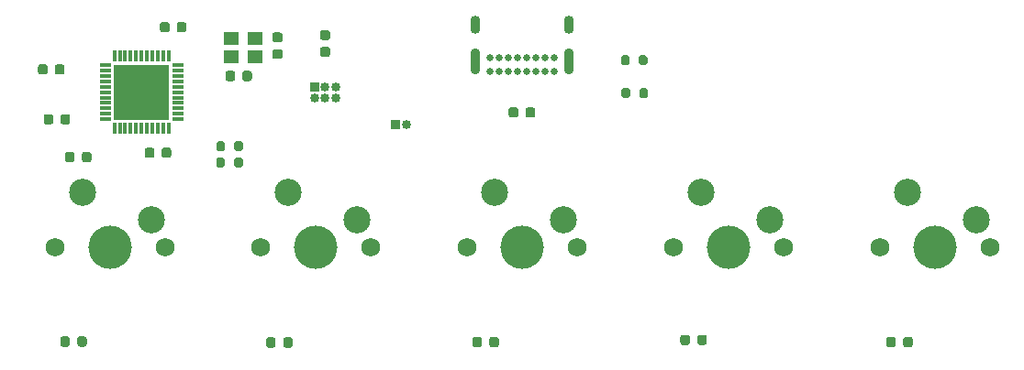
<source format=gbr>
%TF.GenerationSoftware,KiCad,Pcbnew,(5.1.7)-1*%
%TF.CreationDate,2020-12-03T18:42:54-08:00*%
%TF.ProjectId,k-5,6b2d352e-6b69-4636-9164-5f7063625858,rev?*%
%TF.SameCoordinates,Original*%
%TF.FileFunction,Soldermask,Top*%
%TF.FilePolarity,Negative*%
%FSLAX46Y46*%
G04 Gerber Fmt 4.6, Leading zero omitted, Abs format (unit mm)*
G04 Created by KiCad (PCBNEW (5.1.7)-1) date 2020-12-03 18:42:54*
%MOMM*%
%LPD*%
G01*
G04 APERTURE LIST*
%ADD10C,1.750000*%
%ADD11C,4.000000*%
%ADD12C,2.500000*%
%ADD13C,0.650000*%
%ADD14O,0.900000X2.400000*%
%ADD15O,0.900000X1.700000*%
%ADD16O,0.850000X0.850000*%
%ADD17R,0.850000X0.850000*%
%ADD18R,1.000000X0.300000*%
%ADD19R,0.300000X1.000000*%
%ADD20R,5.080000X5.080000*%
%ADD21R,1.400000X1.200000*%
G04 APERTURE END LIST*
D10*
%TO.C,K5*%
X169545000Y-79375000D03*
X179705000Y-79375000D03*
D11*
X174625000Y-79375000D03*
D12*
X172085000Y-74295000D03*
X178435000Y-76835000D03*
%TD*%
%TO.C,C1*%
G36*
G01*
X113715000Y-59530000D02*
X114215000Y-59530000D01*
G75*
G02*
X114440000Y-59755000I0J-225000D01*
G01*
X114440000Y-60205000D01*
G75*
G02*
X114215000Y-60430000I-225000J0D01*
G01*
X113715000Y-60430000D01*
G75*
G02*
X113490000Y-60205000I0J225000D01*
G01*
X113490000Y-59755000D01*
G75*
G02*
X113715000Y-59530000I225000J0D01*
G01*
G37*
G36*
G01*
X113715000Y-61080000D02*
X114215000Y-61080000D01*
G75*
G02*
X114440000Y-61305000I0J-225000D01*
G01*
X114440000Y-61755000D01*
G75*
G02*
X114215000Y-61980000I-225000J0D01*
G01*
X113715000Y-61980000D01*
G75*
G02*
X113490000Y-61755000I0J225000D01*
G01*
X113490000Y-61305000D01*
G75*
G02*
X113715000Y-61080000I225000J0D01*
G01*
G37*
%TD*%
%TO.C,C2*%
G36*
G01*
X109165000Y-63805000D02*
X109165000Y-63305000D01*
G75*
G02*
X109390000Y-63080000I225000J0D01*
G01*
X109840000Y-63080000D01*
G75*
G02*
X110065000Y-63305000I0J-225000D01*
G01*
X110065000Y-63805000D01*
G75*
G02*
X109840000Y-64030000I-225000J0D01*
G01*
X109390000Y-64030000D01*
G75*
G02*
X109165000Y-63805000I0J225000D01*
G01*
G37*
G36*
G01*
X110715000Y-63805000D02*
X110715000Y-63305000D01*
G75*
G02*
X110940000Y-63080000I225000J0D01*
G01*
X111390000Y-63080000D01*
G75*
G02*
X111615000Y-63305000I0J-225000D01*
G01*
X111615000Y-63805000D01*
G75*
G02*
X111390000Y-64030000I-225000J0D01*
G01*
X110940000Y-64030000D01*
G75*
G02*
X110715000Y-63805000I0J225000D01*
G01*
G37*
%TD*%
%TO.C,C3*%
G36*
G01*
X136200000Y-66679000D02*
X136200000Y-67179000D01*
G75*
G02*
X135975000Y-67404000I-225000J0D01*
G01*
X135525000Y-67404000D01*
G75*
G02*
X135300000Y-67179000I0J225000D01*
G01*
X135300000Y-66679000D01*
G75*
G02*
X135525000Y-66454000I225000J0D01*
G01*
X135975000Y-66454000D01*
G75*
G02*
X136200000Y-66679000I0J-225000D01*
G01*
G37*
G36*
G01*
X137750000Y-66679000D02*
X137750000Y-67179000D01*
G75*
G02*
X137525000Y-67404000I-225000J0D01*
G01*
X137075000Y-67404000D01*
G75*
G02*
X136850000Y-67179000I0J225000D01*
G01*
X136850000Y-66679000D01*
G75*
G02*
X137075000Y-66454000I225000J0D01*
G01*
X137525000Y-66454000D01*
G75*
G02*
X137750000Y-66679000I0J-225000D01*
G01*
G37*
%TD*%
%TO.C,C4*%
G36*
G01*
X104665000Y-59305000D02*
X104665000Y-58805000D01*
G75*
G02*
X104890000Y-58580000I225000J0D01*
G01*
X105340000Y-58580000D01*
G75*
G02*
X105565000Y-58805000I0J-225000D01*
G01*
X105565000Y-59305000D01*
G75*
G02*
X105340000Y-59530000I-225000J0D01*
G01*
X104890000Y-59530000D01*
G75*
G02*
X104665000Y-59305000I0J225000D01*
G01*
G37*
G36*
G01*
X103115000Y-59305000D02*
X103115000Y-58805000D01*
G75*
G02*
X103340000Y-58580000I225000J0D01*
G01*
X103790000Y-58580000D01*
G75*
G02*
X104015000Y-58805000I0J-225000D01*
G01*
X104015000Y-59305000D01*
G75*
G02*
X103790000Y-59530000I-225000J0D01*
G01*
X103340000Y-59530000D01*
G75*
G02*
X103115000Y-59305000I0J225000D01*
G01*
G37*
%TD*%
%TO.C,C5*%
G36*
G01*
X94840000Y-67305000D02*
X94840000Y-67805000D01*
G75*
G02*
X94615000Y-68030000I-225000J0D01*
G01*
X94165000Y-68030000D01*
G75*
G02*
X93940000Y-67805000I0J225000D01*
G01*
X93940000Y-67305000D01*
G75*
G02*
X94165000Y-67080000I225000J0D01*
G01*
X94615000Y-67080000D01*
G75*
G02*
X94840000Y-67305000I0J-225000D01*
G01*
G37*
G36*
G01*
X93290000Y-67305000D02*
X93290000Y-67805000D01*
G75*
G02*
X93065000Y-68030000I-225000J0D01*
G01*
X92615000Y-68030000D01*
G75*
G02*
X92390000Y-67805000I0J225000D01*
G01*
X92390000Y-67305000D01*
G75*
G02*
X92615000Y-67080000I225000J0D01*
G01*
X93065000Y-67080000D01*
G75*
G02*
X93290000Y-67305000I0J-225000D01*
G01*
G37*
%TD*%
%TO.C,C6*%
G36*
G01*
X92765000Y-62705000D02*
X92765000Y-63205000D01*
G75*
G02*
X92540000Y-63430000I-225000J0D01*
G01*
X92090000Y-63430000D01*
G75*
G02*
X91865000Y-63205000I0J225000D01*
G01*
X91865000Y-62705000D01*
G75*
G02*
X92090000Y-62480000I225000J0D01*
G01*
X92540000Y-62480000D01*
G75*
G02*
X92765000Y-62705000I0J-225000D01*
G01*
G37*
G36*
G01*
X94315000Y-62705000D02*
X94315000Y-63205000D01*
G75*
G02*
X94090000Y-63430000I-225000J0D01*
G01*
X93640000Y-63430000D01*
G75*
G02*
X93415000Y-63205000I0J225000D01*
G01*
X93415000Y-62705000D01*
G75*
G02*
X93640000Y-62480000I225000J0D01*
G01*
X94090000Y-62480000D01*
G75*
G02*
X94315000Y-62705000I0J-225000D01*
G01*
G37*
%TD*%
%TO.C,C7*%
G36*
G01*
X95265000Y-70805000D02*
X95265000Y-71305000D01*
G75*
G02*
X95040000Y-71530000I-225000J0D01*
G01*
X94590000Y-71530000D01*
G75*
G02*
X94365000Y-71305000I0J225000D01*
G01*
X94365000Y-70805000D01*
G75*
G02*
X94590000Y-70580000I225000J0D01*
G01*
X95040000Y-70580000D01*
G75*
G02*
X95265000Y-70805000I0J-225000D01*
G01*
G37*
G36*
G01*
X96815000Y-70805000D02*
X96815000Y-71305000D01*
G75*
G02*
X96590000Y-71530000I-225000J0D01*
G01*
X96140000Y-71530000D01*
G75*
G02*
X95915000Y-71305000I0J225000D01*
G01*
X95915000Y-70805000D01*
G75*
G02*
X96140000Y-70580000I225000J0D01*
G01*
X96590000Y-70580000D01*
G75*
G02*
X96815000Y-70805000I0J-225000D01*
G01*
G37*
%TD*%
%TO.C,C8*%
G36*
G01*
X118615000Y-60230000D02*
X118115000Y-60230000D01*
G75*
G02*
X117890000Y-60005000I0J225000D01*
G01*
X117890000Y-59555000D01*
G75*
G02*
X118115000Y-59330000I225000J0D01*
G01*
X118615000Y-59330000D01*
G75*
G02*
X118840000Y-59555000I0J-225000D01*
G01*
X118840000Y-60005000D01*
G75*
G02*
X118615000Y-60230000I-225000J0D01*
G01*
G37*
G36*
G01*
X118615000Y-61780000D02*
X118115000Y-61780000D01*
G75*
G02*
X117890000Y-61555000I0J225000D01*
G01*
X117890000Y-61105000D01*
G75*
G02*
X118115000Y-60880000I225000J0D01*
G01*
X118615000Y-60880000D01*
G75*
G02*
X118840000Y-61105000I0J-225000D01*
G01*
X118840000Y-61555000D01*
G75*
G02*
X118615000Y-61780000I-225000J0D01*
G01*
G37*
%TD*%
%TO.C,C9*%
G36*
G01*
X101715000Y-70905000D02*
X101715000Y-70405000D01*
G75*
G02*
X101940000Y-70180000I225000J0D01*
G01*
X102390000Y-70180000D01*
G75*
G02*
X102615000Y-70405000I0J-225000D01*
G01*
X102615000Y-70905000D01*
G75*
G02*
X102390000Y-71130000I-225000J0D01*
G01*
X101940000Y-71130000D01*
G75*
G02*
X101715000Y-70905000I0J225000D01*
G01*
G37*
G36*
G01*
X103265000Y-70905000D02*
X103265000Y-70405000D01*
G75*
G02*
X103490000Y-70180000I225000J0D01*
G01*
X103940000Y-70180000D01*
G75*
G02*
X104165000Y-70405000I0J-225000D01*
G01*
X104165000Y-70905000D01*
G75*
G02*
X103940000Y-71130000I-225000J0D01*
G01*
X103490000Y-71130000D01*
G75*
G02*
X103265000Y-70905000I0J225000D01*
G01*
G37*
%TD*%
%TO.C,D1*%
G36*
G01*
X95502500Y-88361250D02*
X95502500Y-87848750D01*
G75*
G02*
X95721250Y-87630000I218750J0D01*
G01*
X96158750Y-87630000D01*
G75*
G02*
X96377500Y-87848750I0J-218750D01*
G01*
X96377500Y-88361250D01*
G75*
G02*
X96158750Y-88580000I-218750J0D01*
G01*
X95721250Y-88580000D01*
G75*
G02*
X95502500Y-88361250I0J218750D01*
G01*
G37*
G36*
G01*
X93927500Y-88361250D02*
X93927500Y-87848750D01*
G75*
G02*
X94146250Y-87630000I218750J0D01*
G01*
X94583750Y-87630000D01*
G75*
G02*
X94802500Y-87848750I0J-218750D01*
G01*
X94802500Y-88361250D01*
G75*
G02*
X94583750Y-88580000I-218750J0D01*
G01*
X94146250Y-88580000D01*
G75*
G02*
X93927500Y-88361250I0J218750D01*
G01*
G37*
%TD*%
%TO.C,D2*%
G36*
G01*
X112912500Y-88451250D02*
X112912500Y-87938750D01*
G75*
G02*
X113131250Y-87720000I218750J0D01*
G01*
X113568750Y-87720000D01*
G75*
G02*
X113787500Y-87938750I0J-218750D01*
G01*
X113787500Y-88451250D01*
G75*
G02*
X113568750Y-88670000I-218750J0D01*
G01*
X113131250Y-88670000D01*
G75*
G02*
X112912500Y-88451250I0J218750D01*
G01*
G37*
G36*
G01*
X114487500Y-88451250D02*
X114487500Y-87938750D01*
G75*
G02*
X114706250Y-87720000I218750J0D01*
G01*
X115143750Y-87720000D01*
G75*
G02*
X115362500Y-87938750I0J-218750D01*
G01*
X115362500Y-88451250D01*
G75*
G02*
X115143750Y-88670000I-218750J0D01*
G01*
X114706250Y-88670000D01*
G75*
G02*
X114487500Y-88451250I0J218750D01*
G01*
G37*
%TD*%
%TO.C,D3*%
G36*
G01*
X133515000Y-88411250D02*
X133515000Y-87898750D01*
G75*
G02*
X133733750Y-87680000I218750J0D01*
G01*
X134171250Y-87680000D01*
G75*
G02*
X134390000Y-87898750I0J-218750D01*
G01*
X134390000Y-88411250D01*
G75*
G02*
X134171250Y-88630000I-218750J0D01*
G01*
X133733750Y-88630000D01*
G75*
G02*
X133515000Y-88411250I0J218750D01*
G01*
G37*
G36*
G01*
X131940000Y-88411250D02*
X131940000Y-87898750D01*
G75*
G02*
X132158750Y-87680000I218750J0D01*
G01*
X132596250Y-87680000D01*
G75*
G02*
X132815000Y-87898750I0J-218750D01*
G01*
X132815000Y-88411250D01*
G75*
G02*
X132596250Y-88630000I-218750J0D01*
G01*
X132158750Y-88630000D01*
G75*
G02*
X131940000Y-88411250I0J218750D01*
G01*
G37*
%TD*%
%TO.C,D4*%
G36*
G01*
X151140000Y-88211250D02*
X151140000Y-87698750D01*
G75*
G02*
X151358750Y-87480000I218750J0D01*
G01*
X151796250Y-87480000D01*
G75*
G02*
X152015000Y-87698750I0J-218750D01*
G01*
X152015000Y-88211250D01*
G75*
G02*
X151796250Y-88430000I-218750J0D01*
G01*
X151358750Y-88430000D01*
G75*
G02*
X151140000Y-88211250I0J218750D01*
G01*
G37*
G36*
G01*
X152715000Y-88211250D02*
X152715000Y-87698750D01*
G75*
G02*
X152933750Y-87480000I218750J0D01*
G01*
X153371250Y-87480000D01*
G75*
G02*
X153590000Y-87698750I0J-218750D01*
G01*
X153590000Y-88211250D01*
G75*
G02*
X153371250Y-88430000I-218750J0D01*
G01*
X152933750Y-88430000D01*
G75*
G02*
X152715000Y-88211250I0J218750D01*
G01*
G37*
%TD*%
%TO.C,D5*%
G36*
G01*
X171715000Y-88411250D02*
X171715000Y-87898750D01*
G75*
G02*
X171933750Y-87680000I218750J0D01*
G01*
X172371250Y-87680000D01*
G75*
G02*
X172590000Y-87898750I0J-218750D01*
G01*
X172590000Y-88411250D01*
G75*
G02*
X172371250Y-88630000I-218750J0D01*
G01*
X171933750Y-88630000D01*
G75*
G02*
X171715000Y-88411250I0J218750D01*
G01*
G37*
G36*
G01*
X170140000Y-88411250D02*
X170140000Y-87898750D01*
G75*
G02*
X170358750Y-87680000I218750J0D01*
G01*
X170796250Y-87680000D01*
G75*
G02*
X171015000Y-87898750I0J-218750D01*
G01*
X171015000Y-88411250D01*
G75*
G02*
X170796250Y-88630000I-218750J0D01*
G01*
X170358750Y-88630000D01*
G75*
G02*
X170140000Y-88411250I0J218750D01*
G01*
G37*
%TD*%
D13*
%TO.C,J1*%
X135250000Y-63161000D03*
X133550000Y-63161000D03*
X134400000Y-63161000D03*
X136100000Y-63161000D03*
X136950000Y-63161000D03*
X137800000Y-63161000D03*
X138650000Y-63161000D03*
X139500000Y-63161000D03*
X133550000Y-61836000D03*
X134405000Y-61836000D03*
X135255000Y-61836000D03*
X136105000Y-61836000D03*
X136955000Y-61836000D03*
X137805000Y-61836000D03*
X138655000Y-61836000D03*
X139505000Y-61836000D03*
D14*
X132200000Y-62181000D03*
X140850000Y-62181000D03*
D15*
X132200000Y-58801000D03*
X140850000Y-58801000D03*
%TD*%
D16*
%TO.C,J2*%
X119365000Y-65555000D03*
X119365000Y-64555000D03*
X118365000Y-65555000D03*
X118365000Y-64555000D03*
X117365000Y-65555000D03*
D17*
X117365000Y-64555000D03*
%TD*%
D16*
%TO.C,J3*%
X125865000Y-68055000D03*
D17*
X124865000Y-68055000D03*
%TD*%
D10*
%TO.C,K5*%
X93408500Y-79375000D03*
X103568500Y-79375000D03*
D11*
X98488500Y-79375000D03*
D12*
X95948500Y-74295000D03*
X102298500Y-76835000D03*
%TD*%
%TO.C,K2*%
X121285000Y-76835000D03*
X114935000Y-74295000D03*
D11*
X117475000Y-79375000D03*
D10*
X122555000Y-79375000D03*
X112395000Y-79375000D03*
%TD*%
%TO.C,K3*%
X131445000Y-79375000D03*
X141605000Y-79375000D03*
D11*
X136525000Y-79375000D03*
D12*
X133985000Y-74295000D03*
X140335000Y-76835000D03*
%TD*%
%TO.C,K4*%
X159385000Y-76835000D03*
X153035000Y-74295000D03*
D11*
X155575000Y-79375000D03*
D10*
X160655000Y-79375000D03*
X150495000Y-79375000D03*
%TD*%
%TO.C,R1*%
G36*
G01*
X109965000Y-71830000D02*
X109965000Y-71280000D01*
G75*
G02*
X110165000Y-71080000I200000J0D01*
G01*
X110565000Y-71080000D01*
G75*
G02*
X110765000Y-71280000I0J-200000D01*
G01*
X110765000Y-71830000D01*
G75*
G02*
X110565000Y-72030000I-200000J0D01*
G01*
X110165000Y-72030000D01*
G75*
G02*
X109965000Y-71830000I0J200000D01*
G01*
G37*
G36*
G01*
X108315000Y-71830000D02*
X108315000Y-71280000D01*
G75*
G02*
X108515000Y-71080000I200000J0D01*
G01*
X108915000Y-71080000D01*
G75*
G02*
X109115000Y-71280000I0J-200000D01*
G01*
X109115000Y-71830000D01*
G75*
G02*
X108915000Y-72030000I-200000J0D01*
G01*
X108515000Y-72030000D01*
G75*
G02*
X108315000Y-71830000I0J200000D01*
G01*
G37*
%TD*%
%TO.C,R2*%
G36*
G01*
X108315000Y-70330000D02*
X108315000Y-69780000D01*
G75*
G02*
X108515000Y-69580000I200000J0D01*
G01*
X108915000Y-69580000D01*
G75*
G02*
X109115000Y-69780000I0J-200000D01*
G01*
X109115000Y-70330000D01*
G75*
G02*
X108915000Y-70530000I-200000J0D01*
G01*
X108515000Y-70530000D01*
G75*
G02*
X108315000Y-70330000I0J200000D01*
G01*
G37*
G36*
G01*
X109965000Y-70330000D02*
X109965000Y-69780000D01*
G75*
G02*
X110165000Y-69580000I200000J0D01*
G01*
X110565000Y-69580000D01*
G75*
G02*
X110765000Y-69780000I0J-200000D01*
G01*
X110765000Y-70330000D01*
G75*
G02*
X110565000Y-70530000I-200000J0D01*
G01*
X110165000Y-70530000D01*
G75*
G02*
X109965000Y-70330000I0J200000D01*
G01*
G37*
%TD*%
%TO.C,R3*%
G36*
G01*
X147301000Y-62378000D02*
X147301000Y-61828000D01*
G75*
G02*
X147501000Y-61628000I200000J0D01*
G01*
X147901000Y-61628000D01*
G75*
G02*
X148101000Y-61828000I0J-200000D01*
G01*
X148101000Y-62378000D01*
G75*
G02*
X147901000Y-62578000I-200000J0D01*
G01*
X147501000Y-62578000D01*
G75*
G02*
X147301000Y-62378000I0J200000D01*
G01*
G37*
G36*
G01*
X145651000Y-62378000D02*
X145651000Y-61828000D01*
G75*
G02*
X145851000Y-61628000I200000J0D01*
G01*
X146251000Y-61628000D01*
G75*
G02*
X146451000Y-61828000I0J-200000D01*
G01*
X146451000Y-62378000D01*
G75*
G02*
X146251000Y-62578000I-200000J0D01*
G01*
X145851000Y-62578000D01*
G75*
G02*
X145651000Y-62378000I0J200000D01*
G01*
G37*
%TD*%
%TO.C,R4*%
G36*
G01*
X145714000Y-65426000D02*
X145714000Y-64876000D01*
G75*
G02*
X145914000Y-64676000I200000J0D01*
G01*
X146314000Y-64676000D01*
G75*
G02*
X146514000Y-64876000I0J-200000D01*
G01*
X146514000Y-65426000D01*
G75*
G02*
X146314000Y-65626000I-200000J0D01*
G01*
X145914000Y-65626000D01*
G75*
G02*
X145714000Y-65426000I0J200000D01*
G01*
G37*
G36*
G01*
X147364000Y-65426000D02*
X147364000Y-64876000D01*
G75*
G02*
X147564000Y-64676000I200000J0D01*
G01*
X147964000Y-64676000D01*
G75*
G02*
X148164000Y-64876000I0J-200000D01*
G01*
X148164000Y-65426000D01*
G75*
G02*
X147964000Y-65626000I-200000J0D01*
G01*
X147564000Y-65626000D01*
G75*
G02*
X147364000Y-65426000I0J200000D01*
G01*
G37*
%TD*%
D18*
%TO.C,U1*%
X98071000Y-67555000D03*
X98071000Y-67055000D03*
X98071000Y-66555000D03*
X98071000Y-66055000D03*
X98071000Y-65555000D03*
X98071000Y-65055000D03*
X98071000Y-64555000D03*
X98071000Y-64055000D03*
X98071000Y-63555000D03*
X98071000Y-63055000D03*
X98071000Y-62555000D03*
D19*
X98921000Y-61705000D03*
X99421000Y-61705000D03*
X99921000Y-61705000D03*
X100421000Y-61705000D03*
X100921000Y-61705000D03*
X101421000Y-61705000D03*
X101921000Y-61705000D03*
X102421000Y-61705000D03*
X102921000Y-61705000D03*
X103421000Y-61705000D03*
X103921000Y-61705000D03*
D18*
X104771000Y-62555000D03*
X104771000Y-63055000D03*
X104771000Y-63555000D03*
X104771000Y-64055000D03*
X104771000Y-64555000D03*
X104771000Y-65055000D03*
X104771000Y-65555000D03*
X104771000Y-66055000D03*
X104771000Y-66555000D03*
X104771000Y-67055000D03*
X104771000Y-67555000D03*
D19*
X103921000Y-68405000D03*
X103421000Y-68405000D03*
X102921000Y-68405000D03*
X102421000Y-68405000D03*
X101921000Y-68405000D03*
X101421000Y-68405000D03*
X100921000Y-68405000D03*
X100421000Y-68405000D03*
X99921000Y-68405000D03*
X99421000Y-68405000D03*
X98921000Y-68405000D03*
D20*
X101421000Y-65055000D03*
%TD*%
D21*
%TO.C,Y1*%
X111865000Y-60055000D03*
X109665000Y-60055000D03*
X109665000Y-61755000D03*
X111865000Y-61755000D03*
%TD*%
M02*

</source>
